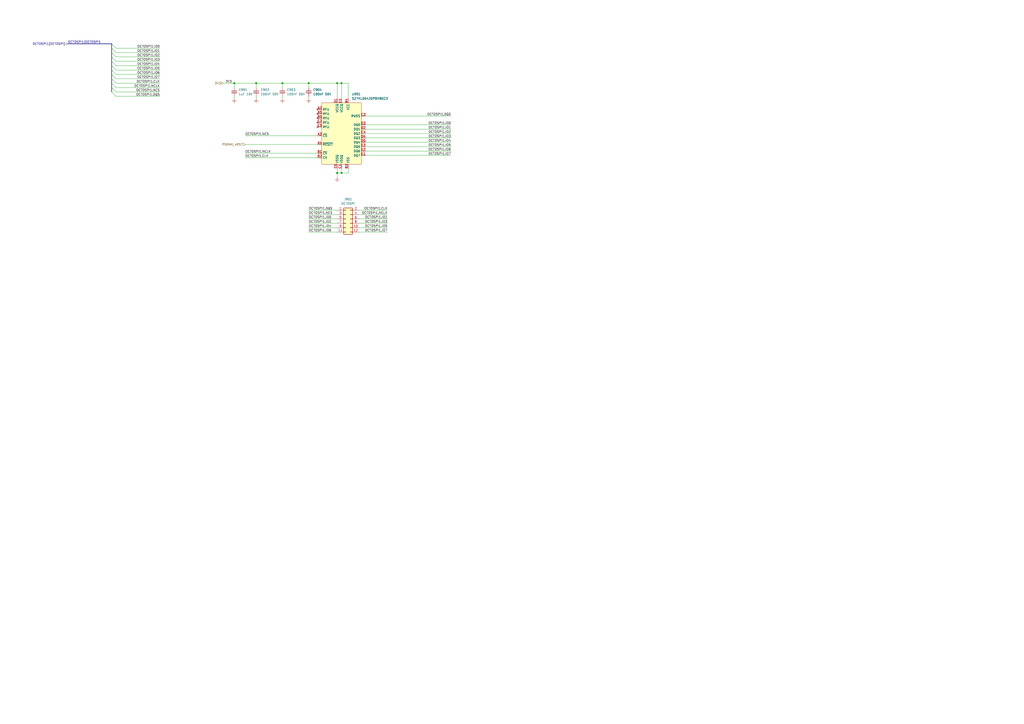
<source format=kicad_sch>
(kicad_sch (version 20250114) (generator "eeschema") (generator_version "9.0")
  (paper "A2")
  (lib_symbols
    (symbol "BR_Capacitors_0402:C_0402_100nF_50V_X7R_10%_AEC-Q200" (pin_numbers (hide yes)) (pin_names (offset 0.254) (hide yes))
      (property "Reference" "C" (at 1.016 1.778 0))
      (property "Value" "100nF 50V" (at 1.016 -1.778 0))
      (symbol "C_0402_100nF_50V_X7R_10%_AEC-Q200_0_1"
        (polyline (pts (xy -1.524 0.508) (xy 1.524 0.508)) (stroke (width 0.3048)))
        (polyline (pts (xy -1.524 -0.508) (xy 1.524 -0.508)) (stroke (width 0.3302)))
      )
      (symbol "C_0402_100nF_50V_X7R_10%_AEC-Q200_1_1"
        (pin passive line (at 0 2.54 270) (length 2.032) (name "~") (number "1"))
        (pin passive line (at 0 -2.54 90) (length 2.032) (name "~") (number "2"))
      )
    )
    (symbol "BR_Capacitors_0402:C_0402_1uF_10V_X7R_10%" (pin_numbers (hide yes)) (pin_names (offset 0.254) (hide yes))
      (property "Reference" "C" (at 1.016 1.778 0))
      (property "Value" "1uF 10V" (at 1.016 -1.778 0))
      (symbol "C_0402_1uF_10V_X7R_10%_0_1"
        (polyline (pts (xy -1.524 0.508) (xy 1.524 0.508)) (stroke (width 0.3048)))
        (polyline (pts (xy -1.524 -0.508) (xy 1.524 -0.508)) (stroke (width 0.3302)))
      )
      (symbol "C_0402_1uF_10V_X7R_10%_1_1"
        (pin passive line (at 0 2.54 270) (length 2.032) (name "~") (number "1"))
        (pin passive line (at 0 -2.54 90) (length 2.032) (name "~") (number "2"))
      )
    )
    (symbol "BR_Connectors_Header:Header_Pin_02x06_2.54mm_Vert_SMD" (pin_names (hide yes))
      (property "Reference" "J" (at 2.54 1.524 0))
      (property "Value" "LABEL" (at 2.54 -16.51 0))
      (symbol "Header_Pin_02x06_2.54mm_Vert_SMD_1_1"
        (rectangle (start 0 0) (end 5.08 -15.24) (stroke (width 0.254)) (fill (type background)))
        (rectangle (start 0 -1.143) (end 1.27 -1.397) (stroke (width 0.1524)))
        (rectangle (start 0 -3.683) (end 1.27 -3.937) (stroke (width 0.1524)))
        (rectangle (start 0 -6.223) (end 1.27 -6.477) (stroke (width 0.1524)))
        (rectangle (start 0 -8.763) (end 1.27 -9.017) (stroke (width 0.1524)))
        (rectangle (start 0 -11.303) (end 1.27 -11.557) (stroke (width 0.1524)))
        (rectangle (start 0 -13.843) (end 1.27 -14.097) (stroke (width 0.1524)))
        (rectangle (start 5.08 -1.143) (end 3.81 -1.397) (stroke (width 0.1524)))
        (rectangle (start 5.08 -3.683) (end 3.81 -3.937) (stroke (width 0.1524)))
        (rectangle (start 5.08 -6.223) (end 3.81 -6.477) (stroke (width 0.1524)))
        (rectangle (start 5.08 -8.763) (end 3.81 -9.017) (stroke (width 0.1524)))
        (rectangle (start 5.08 -11.303) (end 3.81 -11.557) (stroke (width 0.1524)))
        (rectangle (start 5.08 -14.097) (end 3.81 -13.843) (stroke (width 0.1524)))
        (pin passive line (at -3.81 -1.27 0) (length 3.81) (name "Pin_1") (number "1"))
        (pin passive line (at -3.81 -3.81 0) (length 3.81) (name "Pin_3") (number "3"))
        (pin passive line (at -3.81 -6.35 0) (length 3.81) (name "Pin_5") (number "5"))
        (pin passive line (at -3.81 -8.89 0) (length 3.81) (name "Pin_7") (number "7"))
        (pin passive line (at -3.81 -11.43 0) (length 3.81) (name "Pin_9") (number "9"))
        (pin passive line (at -3.81 -13.97 0) (length 3.81) (name "Pin_9") (number "11"))
        (pin passive line (at 8.89 -1.27 180) (length 3.81) (name "Pin_2") (number "2"))
        (pin passive line (at 8.89 -3.81 180) (length 3.81) (name "Pin_4") (number "4"))
        (pin passive line (at 8.89 -6.35 180) (length 3.81) (name "Pin_6") (number "6"))
        (pin passive line (at 8.89 -8.89 180) (length 3.81) (name "Pin_8") (number "8"))
        (pin passive line (at 8.89 -11.43 180) (length 3.81) (name "Pin_10") (number "10"))
        (pin passive line (at 8.89 -13.97 180) (length 3.81) (name "Pin_9") (number "12"))
      )
    )
    (symbol "BR_IC:S27KL0642DPBHB023"
      (property "Reference" "U" (at 6.604 19.05 0))
      (property "Value" "S27KL0642DPBHB023" (at 2.794 -19.304 0))
      (symbol "S27KL0642DPBHB023_0_1"
        (rectangle (start -11.43 17.78) (end 11.43 -17.78) (fill (type background)))
      )
      (symbol "S27KL0642DPBHB023_1_1"
        (pin no_connect line (at -13.97 13.97 0) (length 2.54) (name "RFU") (number "A2"))
        (pin no_connect line (at -13.97 11.43 0) (length 2.54) (name "RFU") (number "A5"))
        (pin no_connect line (at -13.97 8.89 0) (length 2.54) (name "RFU") (number "B5"))
        (pin no_connect line (at -13.97 6.35 0) (length 2.54) (name "RFU") (number "C2"))
        (pin no_connect line (at -13.97 3.81 0) (length 2.54) (name "RFU") (number "C5"))
        (pin input line (at -13.97 -1.27 0) (length 2.54) (name "~{CS}") (number "A3"))
        (pin input line (at -13.97 -6.35 0) (length 2.54) (name "~{RESET}") (number "A4"))
        (pin input line (at -13.97 -11.43 0) (length 2.54) (name "~{CK}") (number "B1"))
        (pin input line (at -13.97 -13.97 0) (length 2.54) (name "CK") (number "B2"))
        (pin power_in line (at -2.54 20.32 270) (length 2.54) (name "VCCQ") (number "D1"))
        (pin power_in line (at -2.54 -20.32 90) (length 2.54) (name "VSSQ") (number "E5"))
        (pin power_in line (at 0 20.32 270) (length 2.54) (name "VCCQ") (number "E4"))
        (pin power_in line (at 0 -20.32 90) (length 2.54) (name "VSSQ") (number "C1"))
        (pin power_in line (at 3.81 20.32 270) (length 2.54) (name "VCC") (number "B4"))
        (pin power_in line (at 3.81 -20.32 90) (length 2.54) (name "VSS") (number "B3"))
        (pin bidirectional line (at 13.97 10.16 180) (length 2.54) (name "RWDS") (number "C3"))
        (pin bidirectional line (at 13.97 5.08 180) (length 2.54) (name "DQ0") (number "D3"))
        (pin bidirectional line (at 13.97 2.54 180) (length 2.54) (name "DQ1") (number "D2"))
        (pin bidirectional line (at 13.97 0 180) (length 2.54) (name "DQ2") (number "C4"))
        (pin bidirectional line (at 13.97 -2.54 180) (length 2.54) (name "DQ3") (number "D4"))
        (pin bidirectional line (at 13.97 -5.08 180) (length 2.54) (name "DQ4") (number "D5"))
        (pin bidirectional line (at 13.97 -7.62 180) (length 2.54) (name "DQ5") (number "E3"))
        (pin bidirectional line (at 13.97 -10.16 180) (length 2.54) (name "DQ6") (number "E2"))
        (pin bidirectional line (at 13.97 -12.7 180) (length 2.54) (name "DQ7") (number "E1"))
      )
    )
    (symbol "BR_Virtual_Parts:GND" (power) (pin_numbers (hide yes)) (pin_names (offset 0) (hide yes))
      (property "Value" "GND" (at 0 -3.556 0))
      (symbol "GND_0_1"
        (polyline (pts (xy -0.635 -1.905) (xy 0.635 -1.905)))
        (polyline (pts (xy -0.127 -2.54) (xy 0.127 -2.54)))
        (polyline (pts (xy 0 -1.27) (xy 0 0)))
        (polyline (pts (xy 1.27 -1.27) (xy -1.27 -1.27)))
      )
      (symbol "GND_1_1"
        (pin power_in line (at 0 0 270) (length 0) (hide yes) (name "GNDREF") (number "1"))
      )
    )
  )
  (junction (at 195.58 48.26))
  (junction (at 163.83 48.26))
  (junction (at 195.58 100.33))
  (junction (at 148.59 48.26))
  (junction (at 198.12 48.26))
  (junction (at 179.07 48.26))
  (junction (at 135.89 48.26))
  (junction (at 198.12 100.33))
  (bus_entry (at 67.31 33.02) (size -2.54 -2.54))
  (bus_entry (at 67.31 40.64) (size -2.54 -2.54))
  (bus_entry (at 67.31 45.72) (size -2.54 -2.54))
  (bus_entry (at 67.31 38.1) (size -2.54 -2.54))
  (bus_entry (at 67.31 55.88) (size -2.54 -2.54))
  (bus_entry (at 67.31 53.34) (size -2.54 -2.54))
  (bus_entry (at 67.31 43.18) (size -2.54 -2.54))
  (bus_entry (at 67.31 35.56) (size -2.54 -2.54))
  (bus_entry (at 67.31 48.26) (size -2.54 -2.54))
  (bus_entry (at 67.31 27.94) (size -2.54 -2.54))
  (bus_entry (at 67.31 30.48) (size -2.54 -2.54))
  (bus_entry (at 67.31 50.8) (size -2.54 -2.54))
  (wire (pts (xy 179.07 124.46) (xy 195.58 124.46)))
  (wire (pts (xy 195.58 100.33) (xy 198.12 100.33)))
  (wire (pts (xy 142.24 78.74) (xy 184.15 78.74)))
  (wire (pts (xy 195.58 102.87) (xy 195.58 100.33)))
  (wire (pts (xy 67.31 45.72) (xy 92.71 45.72)))
  (wire (pts (xy 67.31 48.26) (xy 92.71 48.26)))
  (wire (pts (xy 163.83 48.26) (xy 179.07 48.26)))
  (wire (pts (xy 67.31 27.94) (xy 92.71 27.94)))
  (wire (pts (xy 67.31 40.64) (xy 92.71 40.64)))
  (bus (pts (xy 64.77 48.26) (xy 64.77 50.8)))
  (wire (pts (xy 208.28 132.08) (xy 224.79 132.08)))
  (bus (pts (xy 64.77 40.64) (xy 64.77 43.18)))
  (bus (pts (xy 64.77 45.72) (xy 64.77 48.26)))
  (wire (pts (xy 198.12 48.26) (xy 198.12 57.15)))
  (wire (pts (xy 195.58 100.33) (xy 195.58 97.79)))
  (bus (pts (xy 64.77 27.94) (xy 64.77 30.48)))
  (wire (pts (xy 67.31 43.18) (xy 92.71 43.18)))
  (wire (pts (xy 179.07 127) (xy 195.58 127)))
  (wire (pts (xy 67.31 50.8) (xy 92.71 50.8)))
  (wire (pts (xy 135.89 55.88) (xy 135.89 57.15)))
  (bus (pts (xy 64.77 35.56) (xy 64.77 38.1)))
  (wire (pts (xy 179.07 132.08) (xy 195.58 132.08)))
  (wire (pts (xy 201.93 100.33) (xy 201.93 97.79)))
  (wire (pts (xy 198.12 100.33) (xy 201.93 100.33)))
  (bus (pts (xy 64.77 38.1) (xy 64.77 40.64)))
  (wire (pts (xy 148.59 48.26) (xy 148.59 50.8)))
  (wire (pts (xy 212.09 80.01) (xy 261.62 80.01)))
  (wire (pts (xy 208.28 129.54) (xy 224.79 129.54)))
  (wire (pts (xy 212.09 87.63) (xy 261.62 87.63)))
  (wire (pts (xy 67.31 35.56) (xy 92.71 35.56)))
  (wire (pts (xy 198.12 100.33) (xy 198.12 97.79)))
  (wire (pts (xy 201.93 57.15) (xy 201.93 48.26)))
  (wire (pts (xy 67.31 55.88) (xy 92.71 55.88)))
  (wire (pts (xy 129.54 48.26) (xy 135.89 48.26)))
  (wire (pts (xy 212.09 85.09) (xy 261.62 85.09)))
  (wire (pts (xy 198.12 48.26) (xy 201.93 48.26)))
  (wire (pts (xy 163.83 48.26) (xy 163.83 50.8)))
  (wire (pts (xy 142.24 83.82) (xy 184.15 83.82)))
  (wire (pts (xy 67.31 33.02) (xy 92.71 33.02)))
  (bus (pts (xy 64.77 33.02) (xy 64.77 35.56)))
  (wire (pts (xy 135.89 48.26) (xy 135.89 50.8)))
  (wire (pts (xy 67.31 53.34) (xy 92.71 53.34)))
  (wire (pts (xy 179.07 121.92) (xy 195.58 121.92)))
  (wire (pts (xy 212.09 72.39) (xy 261.62 72.39)))
  (wire (pts (xy 179.07 129.54) (xy 195.58 129.54)))
  (wire (pts (xy 195.58 48.26) (xy 195.58 57.15)))
  (wire (pts (xy 135.89 48.26) (xy 148.59 48.26)))
  (bus (pts (xy 64.77 25.4) (xy 64.77 27.94)))
  (bus (pts (xy 64.77 25.4) (xy 39.37 25.4)))
  (wire (pts (xy 212.09 90.17) (xy 261.62 90.17)))
  (wire (pts (xy 142.24 88.9) (xy 184.15 88.9)))
  (wire (pts (xy 208.28 121.92) (xy 224.79 121.92)))
  (wire (pts (xy 148.59 55.88) (xy 148.59 57.15)))
  (wire (pts (xy 67.31 38.1) (xy 92.71 38.1)))
  (wire (pts (xy 212.09 77.47) (xy 261.62 77.47)))
  (wire (pts (xy 212.09 74.93) (xy 261.62 74.93)))
  (bus (pts (xy 64.77 50.8) (xy 64.77 53.34)))
  (wire (pts (xy 212.09 67.31) (xy 261.62 67.31)))
  (wire (pts (xy 163.83 55.88) (xy 163.83 57.15)))
  (wire (pts (xy 179.07 134.62) (xy 195.58 134.62)))
  (bus (pts (xy 64.77 43.18) (xy 64.77 45.72)))
  (wire (pts (xy 179.07 48.26) (xy 179.07 50.8)))
  (wire (pts (xy 148.59 48.26) (xy 163.83 48.26)))
  (bus (pts (xy 64.77 30.48) (xy 64.77 33.02)))
  (wire (pts (xy 208.28 127) (xy 224.79 127)))
  (wire (pts (xy 67.31 30.48) (xy 92.71 30.48)))
  (wire (pts (xy 208.28 124.46) (xy 224.79 124.46)))
  (wire (pts (xy 179.07 48.26) (xy 195.58 48.26)))
  (wire (pts (xy 179.07 55.88) (xy 179.07 57.15)))
  (wire (pts (xy 195.58 48.26) (xy 198.12 48.26)))
  (wire (pts (xy 212.09 82.55) (xy 261.62 82.55)))
  (wire (pts (xy 142.24 91.44) (xy 184.15 91.44)))
  (wire (pts (xy 208.28 134.62) (xy 224.79 134.62)))
  (label "OCTOSPI1.CLK" (at 224.79 121.92 180))
  (label "OCTOSPI1.IO5" (at 224.79 132.08 180))
  (label "OCTOSPI1.DQS" (at 179.07 121.92 0))
  (label "OCTOSPI1.IO2" (at 92.71 33.02 180))
  (label "OCTOSPI1{OCTOSPI}" (at 39.37 25.4 0))
  (label "OCTOSPI1.IO7" (at 261.62 90.17 180))
  (label "OCTOSPI1.IO2" (at 261.62 77.47 180))
  (label "OCTOSPI1.NCLK" (at 224.79 124.46 180))
  (label "OCTOSPI1.IO3" (at 261.62 80.01 180))
  (label "OCTOSPI1.IO6" (at 261.62 87.63 180))
  (label "3V3" (at 130.81 48.26 0))
  (label "OCTOSPI1.CLK" (at 92.71 48.26 180))
  (label "OCTOSPI1.NCLK" (at 92.71 50.8 180))
  (label "OCTOSPI1.IO5" (at 261.62 85.09 180))
  (label "OCTOSPI1.IO3" (at 92.71 35.56 180))
  (label "OCTOSPI1.IO6" (at 92.71 43.18 180))
  (label "OCTOSPI1.IO4" (at 92.71 38.1 180))
  (label "OCTOSPI1.CLK" (at 142.24 91.44 0))
  (label "OCTOSPI1.IO5" (at 92.71 40.64 180))
  (label "OCTOSPI1.NCS" (at 179.07 124.46 0))
  (label "OCTOSPI1.DQS" (at 261.62 67.31 180))
  (label "OCTOSPI1.IO1" (at 261.62 74.93 180))
  (label "OCTOSPI1.IO6" (at 179.07 134.62 0))
  (label "OCTOSPI1.NCLK" (at 142.24 88.9 0))
  (label "OCTOSPI1.IO1" (at 224.79 127 180))
  (label "OCTOSPI1.IO4" (at 179.07 132.08 0))
  (label "OCTOSPI1.IO7" (at 224.79 134.62 180))
  (label "OCTOSPI1.NCS" (at 92.71 53.34 180))
  (label "OCTOSPI1.IO2" (at 179.07 129.54 0))
  (label "OCTOSPI1.IO0" (at 92.71 27.94 180))
  (label "OCTOSPI1.IO7" (at 92.71 45.72 180))
  (label "OCTOSPI1.IO3" (at 224.79 129.54 180))
  (label "OCTOSPI1.IO0" (at 261.62 72.39 180))
  (label "OCTOSPI1.NCS" (at 142.24 78.74 0))
  (label "OCTOSPI1.IO1" (at 92.71 30.48 180))
  (label "OCTOSPI1.DQS" (at 92.71 55.88 180))
  (label "OCTOSPI1.IO0" (at 179.07 127 0))
  (label "OCTOSPI1.IO4" (at 261.62 82.55 180))
  (hierarchical_label "PSRAM_nRST" (shape input) (at 142.24 83.82 180))
  (hierarchical_label "OCTOSPI1{OCTOSPI}" (shape bidirectional) (at 39.37 25.4 180))
  (hierarchical_label "3V3" (shape input) (at 129.54 48.26 180))
  (symbol (lib_id "BR_Virtual_Parts:GND") (at 195.58 102.87 0) (unit 1)
    (property "Reference" "#PWR0903" (effects (hide yes)))
    (property "Value" "GND" (effects (hide yes)))
  )
  (symbol (lib_id "BR_Virtual_Parts:GND") (at 163.83 57.15 0) (unit 1)
    (property "Reference" "#PWR0904" (effects (hide yes)))
    (property "Value" "GND" (effects (hide yes)))
  )
  (symbol (lib_id "BR_Capacitors_0402:C_0402_100nF_50V_X7R_10%_AEC-Q200") (at 179.07 53.34 0) (unit 1)
    (property "Reference" "C904" (at 181.61 52.0762 0) (effects (justify left)))
    (property "Value" "100nF 50V" (at 181.61 54.6162 0) (effects (justify left)))
    (property "Footprint" "BR_Passives:C_0402_1005Metric-minimized" (effects (hide yes)))
    (property "Datasheet" "https://search.murata.co.jp/Ceramy/image/img/A01X/G101/ENG/GCM155R71H104KE02-01.pdf" (effects (hide yes)))
    (property "Description" "100nF 50V X7R 10% Ceramic Capacitor 0402 AEC-Q200" (effects (hide yes)))
    (property "Manufacturer" "Murata Electronics" (effects (hide yes)))
    (property "Manufacturer Part Num" "GCM155R71H104KE02D" (effects (hide yes)))
    (property "BRE Number" "BRE-000010" (effects (hide yes)))
    (property "Supplier 1" "DigiKey" (effects (hide yes)))
    (property "Supplier Part Num 1" "490-10672-2-ND" (effects (hide yes)))
    (property "Supplier 2" "Mouser" (effects (hide yes)))
    (property "Supplier Part Num 2" "81-GCM155R71H104KE2D" (effects (hide yes)))
    (property "Supplier 3" "JLCPCB" (effects (hide yes)))
    (property "Supplier Part Num 3" "C85858" (effects (hide yes)))
    (property "JLCPCB Part Num" "C85858" (effects (hide yes)))
  )
  (symbol (lib_id "BR_IC:S27KL0642DPBHB023") (at 198.12 77.47 0) (unit 1)
    (property "Reference" "U901" (at 204.0733 54.61 0) (effects (justify left)))
    (property "Value" "S27KL0642DPBHB023" (at 204.0733 57.15 0) (effects (justify left)))
    (property "Footprint" "BR_IC:BGA-24_6x8mm_Layout5x5_P1.0mm" (effects (hide yes)))
    (property "Datasheet" "https://www.infineon.com/assets/row/public/documents/10/49/infineon-s27kl0642-s27ks0642-3.0-v-1.8-v-64-mb-8-mb-hyperram-self-refresh-dram-datasheet-en.pdf?fileId=8ac78c8c7d0d8da4017d0ee8a1c47164" (effects (hide yes)))
    (property "Description" "PSRAM (Pseudo SRAM) Memory IC 64Mbit HyperBus 166 MHz 36 ns 24-FBGA (6x8)" (effects (hide yes)))
    (property "Manufacturer" "Infineon Technologies" (effects (hide yes)))
    (property "Manufacturer Part Num" "S27KL0642DPBHB023" (effects (hide yes)))
    (property "BRE Number" " BRE-001273" (effects (hide yes)))
    (property "LCSC Part" "C5157921" (effects (hide yes)))
    (property "JLCPCB Part Num" "C5157921" (effects (hide yes)))
  )
  (symbol (lib_id "BR_Capacitors_0402:C_0402_1uF_10V_X7R_10%") (at 135.89 53.34 0) (unit 1)
    (property "Reference" "C901" (at 138.43 52.0762 0) (effects (justify left)))
    (property "Value" "1uF 10V" (at 138.43 54.6162 0) (effects (justify left)))
    (property "Footprint" "BR_Passives:C_0402_1005Metric-minimized" (effects (hide yes)))
    (property "Datasheet" "https://search.murata.co.jp/Ceramy/image/img/A01X/G101/ENG/GRM155Z71A105KE01-01.pdf" (effects (hide yes)))
    (property "Description" "1uF 10V X7R 10% Ceramic Capacitor 0402" (effects (hide yes)))
    (property "Manufacturer" "Murata Electronics" (effects (hide yes)))
    (property "Manufacturer Part Num" "GRM155Z71A105KE01D" (effects (hide yes)))
    (property "BRE Number" "BRE-000019" (effects (hide yes)))
    (property "Supplier 1" "DigiKey" (effects (hide yes)))
    (property "Supplier Part Num 1" "490-GRM155Z71A105KE01DDKR-ND" (effects (hide yes)))
    (property "Supplier 2" "Mouser" (effects (hide yes)))
    (property "Supplier Part Num 2" "81-GRM155Z71A105KE1D" (effects (hide yes)))
    (property "Supplier 3" "JLCPCB" (effects (hide yes)))
    (property "Supplier Part Num 3" "C528974" (effects (hide yes)))
    (property "JLCPCB Part Num" "C528974" (effects (hide yes)))
  )
  (symbol (lib_id "BR_Virtual_Parts:GND") (at 135.89 57.15 0) (unit 1)
    (property "Reference" "#PWR0901" (effects (hide yes)))
    (property "Value" "GND" (effects (hide yes)))
  )
  (symbol (lib_id "BR_Capacitors_0402:C_0402_100nF_50V_X7R_10%_AEC-Q200") (at 148.59 53.34 0) (unit 1)
    (property "Reference" "C902" (at 151.13 52.0762 0) (effects (justify left)))
    (property "Value" "100nF 50V" (at 151.13 54.6162 0) (effects (justify left)))
    (property "Footprint" "BR_Passives:C_0402_1005Metric-minimized" (effects (hide yes)))
    (property "Datasheet" "https://search.murata.co.jp/Ceramy/image/img/A01X/G101/ENG/GCM155R71H104KE02-01.pdf" (effects (hide yes)))
    (property "Description" "100nF 50V X7R 10% Ceramic Capacitor 0402 AEC-Q200" (effects (hide yes)))
    (property "Manufacturer" "Murata Electronics" (effects (hide yes)))
    (property "Manufacturer Part Num" "GCM155R71H104KE02D" (effects (hide yes)))
    (property "BRE Number" "BRE-000010" (effects (hide yes)))
    (property "Supplier 1" "DigiKey" (effects (hide yes)))
    (property "Supplier Part Num 1" "490-10672-2-ND" (effects (hide yes)))
    (property "Supplier 2" "Mouser" (effects (hide yes)))
    (property "Supplier Part Num 2" "81-GCM155R71H104KE2D" (effects (hide yes)))
    (property "Supplier 3" "JLCPCB" (effects (hide yes)))
    (property "Supplier Part Num 3" "C85858" (effects (hide yes)))
    (property "JLCPCB Part Num" "C85858" (effects (hide yes)))
  )
  (symbol (lib_id "BR_Virtual_Parts:GND") (at 179.07 57.15 0) (unit 1)
    (property "Reference" "#PWR0905" (effects (hide yes)))
    (property "Value" "GND" (effects (hide yes)))
  )
  (symbol (lib_id "BR_Connectors_Header:Header_Pin_02x06_2.54mm_Vert_SMD") (at 199.39 120.65 0) (unit 1)
    (property "Reference" "J901" (at 201.93 115.57 0))
    (property "Value" "OCTOSPI" (at 201.93 118.11 0))
    (property "Footprint" "BR_Connectors:PinHeader_2x06_P2.54mm_Vertical_SMD" (effects (hide yes)))
    (property "Datasheet" "https://jlcpcb.com/api/file/downloadByFileSystemAccessId/8589837965481979904" (effects (hide yes)))
    (property "Description" "Header Pin Connector 02x06 2.54mm Vertical SMD" (effects (hide yes)))
    (property "Manufacturer" "HCTL" (effects (hide yes)))
    (property "Manufacturer Part Num" "PZ254-2-06-S" (effects (hide yes)))
    (property "BRE Number" "BRE-001275" (effects (hide yes)))
    (property "Supplier 1" "DigiKey" (effects (hide yes)))
    (property "Supplier 2" "Mouser" (effects (hide yes)))
    (property "Supplier 3" "JLCPCB" (effects (hide yes)))
    (property "Supplier Part Num 3" "C3294464" (effects (hide yes)))
    (property "JLCPCB Part Num" "C3294464" (effects (hide yes)))
  )
  (symbol (lib_id "BR_Virtual_Parts:GND") (at 148.59 57.15 0) (unit 1)
    (property "Reference" "#PWR0902" (effects (hide yes)))
    (property "Value" "GND" (effects (hide yes)))
  )
  (symbol (lib_id "BR_Capacitors_0402:C_0402_100nF_50V_X7R_10%_AEC-Q200") (at 163.83 53.34 0) (unit 1)
    (property "Reference" "C903" (at 166.37 52.0762 0) (effects (justify left)))
    (property "Value" "100nF 50V" (at 166.37 54.6162 0) (effects (justify left)))
    (property "Footprint" "BR_Passives:C_0402_1005Metric-minimized" (effects (hide yes)))
    (property "Datasheet" "https://search.murata.co.jp/Ceramy/image/img/A01X/G101/ENG/GCM155R71H104KE02-01.pdf" (effects (hide yes)))
    (property "Description" "100nF 50V X7R 10% Ceramic Capacitor 0402 AEC-Q200" (effects (hide yes)))
    (property "Manufacturer" "Murata Electronics" (effects (hide yes)))
    (property "Manufacturer Part Num" "GCM155R71H104KE02D" (effects (hide yes)))
    (property "BRE Number" "BRE-000010" (effects (hide yes)))
    (property "Supplier 1" "DigiKey" (effects (hide yes)))
    (property "Supplier Part Num 1" "490-10672-2-ND" (effects (hide yes)))
    (property "Supplier 2" "Mouser" (effects (hide yes)))
    (property "Supplier Part Num 2" "81-GCM155R71H104KE2D" (effects (hide yes)))
    (property "Supplier 3" "JLCPCB" (effects (hide yes)))
    (property "Supplier Part Num 3" "C85858" (effects (hide yes)))
    (property "JLCPCB Part Num" "C85858" (effects (hide yes)))
  )
)
</source>
